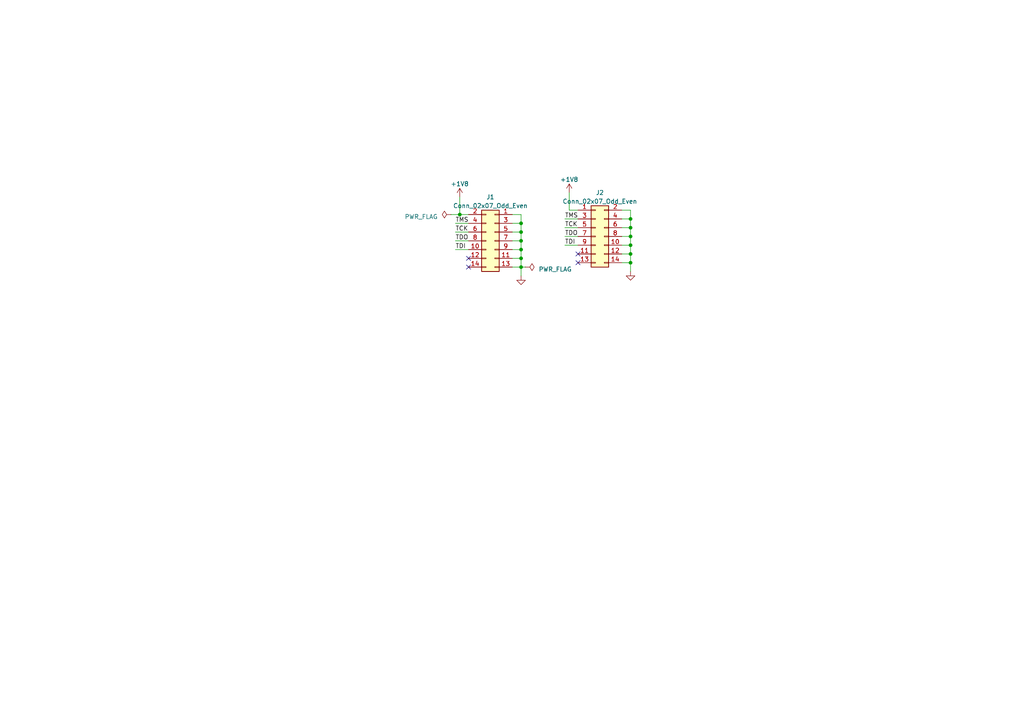
<source format=kicad_sch>
(kicad_sch (version 20230121) (generator eeschema)
  (paper "A4")
  (lib_symbols
    (symbol "Connector_Generic:Conn_02x07_Odd_Even" (pin_names (offset 1.016) hide)
      (property "Reference" "J" (at 1.27 10.16 0))
      (property "Value" "Conn_02x07_Odd_Even" (at 1.27 -10.16 0))
      (symbol "Conn_02x07_Odd_Even_1_1"
        (rectangle (start -1.27 -7.493) (end 0 -7.747) (stroke (width 0.1524)))
        (rectangle (start -1.27 -4.953) (end 0 -5.207) (stroke (width 0.1524)))
        (rectangle (start -1.27 -2.413) (end 0 -2.667) (stroke (width 0.1524)))
        (rectangle (start -1.27 0.127) (end 0 -0.127) (stroke (width 0.1524)))
        (rectangle (start -1.27 2.667) (end 0 2.413) (stroke (width 0.1524)))
        (rectangle (start -1.27 5.207) (end 0 4.953) (stroke (width 0.1524)))
        (rectangle (start -1.27 7.747) (end 0 7.493) (stroke (width 0.1524)))
        (rectangle (start -1.27 8.89) (end 3.81 -8.89) (stroke (width 0.254)) (fill (type background)))
        (rectangle (start 3.81 -7.493) (end 2.54 -7.747) (stroke (width 0.1524)))
        (rectangle (start 3.81 -4.953) (end 2.54 -5.207) (stroke (width 0.1524)))
        (rectangle (start 3.81 -2.413) (end 2.54 -2.667) (stroke (width 0.1524)))
        (rectangle (start 3.81 0.127) (end 2.54 -0.127) (stroke (width 0.1524)))
        (rectangle (start 3.81 2.667) (end 2.54 2.413) (stroke (width 0.1524)))
        (rectangle (start 3.81 5.207) (end 2.54 4.953) (stroke (width 0.1524)))
        (rectangle (start 3.81 7.747) (end 2.54 7.493) (stroke (width 0.1524)))
        (pin passive line (at -5.08 7.62 0) (length 3.81) (name "Pin_1") (number "1"))
        (pin passive line (at 7.62 -2.54 180) (length 3.81) (name "Pin_10") (number "10"))
        (pin passive line (at -5.08 -5.08 0) (length 3.81) (name "Pin_11") (number "11"))
        (pin passive line (at 7.62 -5.08 180) (length 3.81) (name "Pin_12") (number "12"))
        (pin passive line (at -5.08 -7.62 0) (length 3.81) (name "Pin_13") (number "13"))
        (pin passive line (at 7.62 -7.62 180) (length 3.81) (name "Pin_14") (number "14"))
        (pin passive line (at 7.62 7.62 180) (length 3.81) (name "Pin_2") (number "2"))
        (pin passive line (at -5.08 5.08 0) (length 3.81) (name "Pin_3") (number "3"))
        (pin passive line (at 7.62 5.08 180) (length 3.81) (name "Pin_4") (number "4"))
        (pin passive line (at -5.08 2.54 0) (length 3.81) (name "Pin_5") (number "5"))
        (pin passive line (at 7.62 2.54 180) (length 3.81) (name "Pin_6") (number "6"))
        (pin passive line (at -5.08 0 0) (length 3.81) (name "Pin_7") (number "7"))
        (pin passive line (at 7.62 0 180) (length 3.81) (name "Pin_8") (number "8"))
        (pin passive line (at -5.08 -2.54 0) (length 3.81) (name "Pin_9") (number "9"))
      )
    )
    (symbol "power:+1V8" (power) (pin_names (offset 0))
      (property "Value" "+1V8" (at 0 3.556 0))
      (symbol "+1V8_0_1"
        (polyline (pts (xy -0.762 1.27) (xy 0 2.54)))
        (polyline (pts (xy 0 0) (xy 0 2.54)))
        (polyline (pts (xy 0 2.54) (xy 0.762 1.27)))
      )
      (symbol "+1V8_1_1"
        (pin power_in line (at 0 0 90) (length 0) hide (name "+1V8") (number "1"))
      )
    )
    (symbol "power:GND" (power) (pin_names (offset 0))
      (property "Value" "GND" (at 0 -3.81 0))
      (symbol "GND_0_1"
        (polyline (pts (xy 0 0) (xy 0 -1.27) (xy 1.27 -1.27) (xy 0 -2.54) (xy -1.27 -1.27) (xy 0 -1.27)))
      )
      (symbol "GND_1_1"
        (pin power_in line (at 0 0 270) (length 0) hide (name "GND") (number "1"))
      )
    )
    (symbol "power:PWR_FLAG" (power) (pin_numbers hide) (pin_names (offset 0) hide)
      (property "Value" "PWR_FLAG" (at 0 3.81 0))
      (symbol "PWR_FLAG_0_0"
        (pin power_out line (at 0 0 90) (length 0) (name "pwr") (number "1"))
      )
      (symbol "PWR_FLAG_0_1"
        (polyline (pts (xy 0 0) (xy 0 1.27) (xy -1.016 1.905) (xy 0 2.54) (xy 1.016 1.905) (xy 0 1.27)))
      )
    )
  )
  (junction (at 151.13 64.77))
  (junction (at 133.35 62.23))
  (junction (at 151.13 72.39))
  (junction (at 151.13 69.85))
  (junction (at 182.88 73.66))
  (junction (at 182.88 76.2))
  (junction (at 182.88 68.58))
  (junction (at 182.88 71.12))
  (junction (at 182.88 66.04))
  (junction (at 182.88 63.5))
  (junction (at 151.13 77.47))
  (junction (at 151.13 74.93))
  (junction (at 151.13 67.31))
  (no_connect (at 167.64 76.2))
  (no_connect (at 135.89 77.47))
  (no_connect (at 135.89 74.93))
  (no_connect (at 167.64 73.66))
  (wire (pts (xy 148.59 77.47) (xy 151.13 77.47)))
  (wire (pts (xy 182.88 71.12) (xy 182.88 68.58)))
  (wire (pts (xy 133.35 57.15) (xy 133.35 62.23)))
  (wire (pts (xy 130.81 62.23) (xy 133.35 62.23)))
  (wire (pts (xy 132.08 72.39) (xy 135.89 72.39)))
  (wire (pts (xy 182.88 73.66) (xy 182.88 71.12)))
  (wire (pts (xy 148.59 72.39) (xy 151.13 72.39)))
  (wire (pts (xy 151.13 77.47) (xy 152.4 77.47)))
  (wire (pts (xy 182.88 78.74) (xy 182.88 76.2)))
  (wire (pts (xy 151.13 64.77) (xy 151.13 62.23)))
  (wire (pts (xy 165.1 60.96) (xy 167.64 60.96)))
  (wire (pts (xy 163.83 71.12) (xy 167.64 71.12)))
  (wire (pts (xy 151.13 62.23) (xy 148.59 62.23)))
  (wire (pts (xy 132.08 69.85) (xy 135.89 69.85)))
  (wire (pts (xy 151.13 80.01) (xy 151.13 77.47)))
  (wire (pts (xy 148.59 74.93) (xy 151.13 74.93)))
  (wire (pts (xy 182.88 68.58) (xy 182.88 66.04)))
  (wire (pts (xy 182.88 60.96) (xy 180.34 60.96)))
  (wire (pts (xy 151.13 77.47) (xy 151.13 74.93)))
  (wire (pts (xy 132.08 67.31) (xy 135.89 67.31)))
  (wire (pts (xy 180.34 73.66) (xy 182.88 73.66)))
  (wire (pts (xy 132.08 64.77) (xy 135.89 64.77)))
  (wire (pts (xy 151.13 74.93) (xy 151.13 72.39)))
  (wire (pts (xy 180.34 66.04) (xy 182.88 66.04)))
  (wire (pts (xy 180.34 68.58) (xy 182.88 68.58)))
  (wire (pts (xy 133.35 62.23) (xy 135.89 62.23)))
  (wire (pts (xy 182.88 76.2) (xy 182.88 73.66)))
  (wire (pts (xy 148.59 64.77) (xy 151.13 64.77)))
  (wire (pts (xy 165.1 55.88) (xy 165.1 60.96)))
  (wire (pts (xy 180.34 71.12) (xy 182.88 71.12)))
  (wire (pts (xy 151.13 72.39) (xy 151.13 69.85)))
  (wire (pts (xy 182.88 63.5) (xy 182.88 60.96)))
  (wire (pts (xy 163.83 63.5) (xy 167.64 63.5)))
  (wire (pts (xy 180.34 76.2) (xy 182.88 76.2)))
  (wire (pts (xy 148.59 69.85) (xy 151.13 69.85)))
  (wire (pts (xy 151.13 69.85) (xy 151.13 67.31)))
  (wire (pts (xy 163.83 66.04) (xy 167.64 66.04)))
  (wire (pts (xy 148.59 67.31) (xy 151.13 67.31)))
  (wire (pts (xy 180.34 63.5) (xy 182.88 63.5)))
  (wire (pts (xy 163.83 68.58) (xy 167.64 68.58)))
  (wire (pts (xy 182.88 66.04) (xy 182.88 63.5)))
  (wire (pts (xy 151.13 67.31) (xy 151.13 64.77)))
  (label "TMS" (at 163.83 63.5 0))
  (label "TCK" (at 132.08 67.31 0))
  (label "TDI" (at 132.08 72.39 0))
  (label "TDO" (at 163.83 68.58 0))
  (label "TCK" (at 163.83 66.04 0))
  (label "TDI" (at 163.83 71.12 0))
  (label "TDO" (at 132.08 69.85 0))
  (label "TMS" (at 132.08 64.77 0))
  (symbol (lib_id "power:GND") (at 151.13 80.01 0) (mirror y) (unit 1)
    (property "Reference" "#PWR04" (effects hide))
    (property "Value" "GND" (effects hide))
  )
  (symbol (lib_id "power:+1V8") (at 133.35 57.15 0) (unit 1)
    (property "Reference" "#PWR03" (effects hide))
    (property "Value" "+1V8" (at 133.35 53.34 0))
  )
  (symbol (lib_id "power:+1V8") (at 165.1 55.88 0) (unit 1)
    (property "Reference" "#PWR01" (effects hide))
    (property "Value" "+1V8" (at 165.1 52.07 0))
  )
  (symbol (lib_id "power:PWR_FLAG") (at 152.4 77.47 270) (unit 1)
    (property "Reference" "#FLG02" (effects hide))
    (property "Value" "PWR_FLAG" (at 156.21 78.105 90) (effects (justify left)))
  )
  (symbol (lib_id "Connector_Generic:Conn_02x07_Odd_Even") (at 143.51 69.85 0) (mirror y) (unit 1)
    (property "Reference" "J1" (at 142.24 57.15 0))
    (property "Value" "Conn_02x07_Odd_Even" (at 142.24 59.69 0))
    (property "Footprint" "Connector_PinSocket_1.27mm:PinSocket_2x07_P1.27mm_Vertical_SMD" (effects hide))
  )
  (symbol (lib_id "power:GND") (at 182.88 78.74 0) (mirror y) (unit 1)
    (property "Reference" "#PWR02" (effects hide))
    (property "Value" "GND" (effects hide))
  )
  (symbol (lib_id "power:PWR_FLAG") (at 130.81 62.23 90) (unit 1)
    (property "Reference" "#FLG01" (effects hide))
    (property "Value" "PWR_FLAG" (at 127 62.865 90) (effects (justify left)))
  )
  (symbol (lib_id "Connector_Generic:Conn_02x07_Odd_Even") (at 172.72 68.58 0) (unit 1)
    (property "Reference" "J2" (at 173.99 55.88 0))
    (property "Value" "Conn_02x07_Odd_Even" (at 173.99 58.42 0))
    (property "Footprint" "Connector_PinSocket_2.00mm:PinSocket_2x07_P2.00mm_Vertical" (effects hide))
  )
)
</source>
